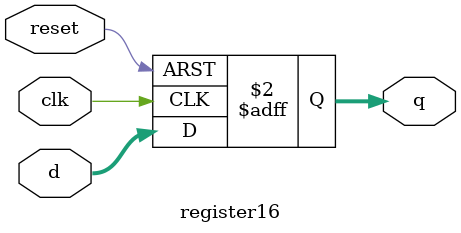
<source format=v>
module register16(input clk, input reset, input [15:0] d, output reg [15:0] q);
    always @(posedge clk, posedge reset) begin
        if(reset) q <= 16'b0000000000000000;
        else q <= d;
    end
endmodule
</source>
